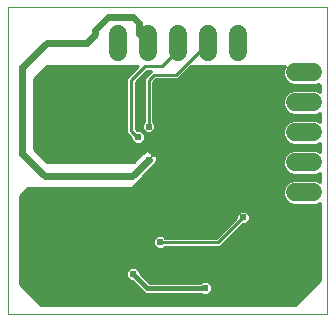
<source format=gbl>
G75*
G70*
%OFA0B0*%
%FSLAX24Y24*%
%IPPOS*%
%LPD*%
%AMOC8*
5,1,8,0,0,1.08239X$1,22.5*
%
%ADD10C,0.0000*%
%ADD11C,0.0600*%
%ADD12C,0.0238*%
%ADD13C,0.0098*%
%ADD14C,0.0240*%
%ADD15C,0.0160*%
D10*
X000100Y000100D02*
X010730Y000100D01*
X010730Y010336D01*
X000100Y010336D01*
X000100Y000100D01*
D11*
X003769Y008855D02*
X003769Y009455D01*
X004769Y009455D02*
X004769Y008855D01*
X005769Y008855D02*
X005769Y009455D01*
X006769Y009455D02*
X006769Y008855D01*
X007769Y008855D02*
X007769Y009455D01*
X009682Y008163D02*
X010282Y008163D01*
X010282Y007163D02*
X009682Y007163D01*
X009682Y006163D02*
X010282Y006163D01*
X010282Y005163D02*
X009682Y005163D01*
X009682Y004163D02*
X010282Y004163D01*
D12*
X007935Y003328D03*
X007226Y003210D03*
X005179Y002502D03*
X004273Y001439D03*
X006675Y000966D03*
X005572Y005257D03*
X005376Y005454D03*
X005572Y005651D03*
X005179Y005651D03*
X004982Y005454D03*
X005179Y005257D03*
X004785Y005257D03*
X004785Y005651D03*
X004431Y006006D03*
X004785Y006360D03*
X004431Y006439D03*
X005691Y006360D03*
X001872Y006281D03*
D13*
X001714Y006281D01*
X000966Y006303D02*
X004036Y006303D01*
X004036Y006206D02*
X000966Y006206D01*
X000966Y006109D02*
X004063Y006109D01*
X004036Y006137D02*
X004129Y006044D01*
X004202Y005970D01*
X004202Y005911D01*
X004336Y005777D01*
X004525Y005777D01*
X004659Y005911D01*
X004659Y006100D01*
X004525Y006234D01*
X004387Y006234D01*
X004353Y006268D01*
X004353Y007830D01*
X004733Y008209D01*
X004875Y008209D01*
X004823Y008158D01*
X004627Y007961D01*
X004627Y006524D01*
X004557Y006454D01*
X004557Y006265D01*
X004690Y006132D01*
X004880Y006132D01*
X005013Y006265D01*
X005013Y006454D01*
X004943Y006524D01*
X004943Y007830D01*
X005048Y007934D01*
X005772Y007934D01*
X006206Y008368D01*
X009324Y008368D01*
X009273Y008244D01*
X009273Y008082D01*
X009335Y007931D01*
X009450Y007816D01*
X009600Y007754D01*
X010363Y007754D01*
X010444Y007787D01*
X010494Y007738D01*
X010494Y007518D01*
X010363Y007572D01*
X009600Y007572D01*
X009450Y007510D01*
X009335Y007395D01*
X009273Y007244D01*
X009273Y007082D01*
X009335Y006931D01*
X009450Y006816D01*
X009600Y006754D01*
X010363Y006754D01*
X010494Y006808D01*
X010494Y006518D01*
X010363Y006572D01*
X009600Y006572D01*
X009450Y006510D01*
X009335Y006395D01*
X009273Y006244D01*
X009273Y006082D01*
X009335Y005931D01*
X009450Y005816D01*
X009600Y005754D01*
X010363Y005754D01*
X010494Y005808D01*
X010494Y005518D01*
X010363Y005572D01*
X009600Y005572D01*
X009450Y005510D01*
X009335Y005395D01*
X009273Y005244D01*
X009273Y005082D01*
X009335Y004931D01*
X009450Y004816D01*
X009600Y004754D01*
X010363Y004754D01*
X010494Y004808D01*
X010494Y004518D01*
X010363Y004572D01*
X009600Y004572D01*
X009450Y004510D01*
X009335Y004395D01*
X009273Y004244D01*
X009273Y004082D01*
X009335Y003931D01*
X009450Y003816D01*
X009600Y003754D01*
X010363Y003754D01*
X010494Y003808D01*
X010494Y001242D01*
X009667Y000415D01*
X001202Y000415D01*
X000494Y001124D01*
X000494Y004037D01*
X000769Y004313D01*
X004234Y004313D01*
X005061Y005218D01*
X005061Y005376D01*
X004982Y005415D01*
X004746Y005572D01*
X004470Y005376D01*
X004313Y005179D01*
X001399Y005179D01*
X000966Y005612D01*
X000966Y007935D01*
X001399Y008368D01*
X004443Y008368D01*
X004036Y007961D01*
X004036Y006137D01*
X004194Y006202D02*
X004194Y007895D01*
X004667Y008368D01*
X005218Y008368D01*
X005769Y008919D01*
X005769Y009155D01*
X006177Y008339D02*
X009312Y008339D01*
X009273Y008242D02*
X006080Y008242D01*
X005983Y008145D02*
X009273Y008145D01*
X009287Y008048D02*
X005886Y008048D01*
X005789Y007951D02*
X009327Y007951D01*
X009412Y007854D02*
X004968Y007854D01*
X004943Y007757D02*
X009592Y007757D01*
X009579Y007563D02*
X004943Y007563D01*
X004943Y007466D02*
X009407Y007466D01*
X009324Y007369D02*
X004943Y007369D01*
X004943Y007272D02*
X009284Y007272D01*
X009273Y007176D02*
X004943Y007176D01*
X004943Y007079D02*
X009274Y007079D01*
X009314Y006982D02*
X004943Y006982D01*
X004943Y006885D02*
X009381Y006885D01*
X009518Y006788D02*
X004943Y006788D01*
X004943Y006691D02*
X010494Y006691D01*
X010494Y006788D02*
X010446Y006788D01*
X010494Y006594D02*
X004943Y006594D01*
X004971Y006497D02*
X009437Y006497D01*
X009340Y006400D02*
X005013Y006400D01*
X005013Y006303D02*
X009297Y006303D01*
X009273Y006206D02*
X004954Y006206D01*
X004785Y006360D02*
X004785Y007895D01*
X004982Y008092D01*
X005706Y008092D01*
X006769Y009155D01*
X004943Y007660D02*
X010494Y007660D01*
X010494Y007563D02*
X010385Y007563D01*
X010371Y007757D02*
X010474Y007757D01*
X009273Y006109D02*
X004650Y006109D01*
X004659Y006012D02*
X009301Y006012D01*
X009351Y005916D02*
X004659Y005916D01*
X004567Y005819D02*
X009448Y005819D01*
X009493Y005528D02*
X004813Y005528D01*
X004958Y005431D02*
X009371Y005431D01*
X009310Y005334D02*
X005061Y005334D01*
X005061Y005237D02*
X009273Y005237D01*
X009273Y005140D02*
X004989Y005140D01*
X004901Y005043D02*
X009289Y005043D01*
X009329Y004946D02*
X004812Y004946D01*
X004724Y004849D02*
X009417Y004849D01*
X009568Y004559D02*
X004458Y004559D01*
X004547Y004655D02*
X010494Y004655D01*
X010494Y004559D02*
X010396Y004559D01*
X010494Y004752D02*
X004635Y004752D01*
X004370Y004462D02*
X009402Y004462D01*
X009323Y004365D02*
X004281Y004365D01*
X004359Y005237D02*
X001341Y005237D01*
X001244Y005334D02*
X004437Y005334D01*
X004548Y005431D02*
X001147Y005431D01*
X001050Y005528D02*
X004683Y005528D01*
X004295Y005819D02*
X000966Y005819D01*
X000966Y005916D02*
X004202Y005916D01*
X004160Y006012D02*
X000966Y006012D01*
X000966Y005722D02*
X010494Y005722D01*
X010494Y005625D02*
X000966Y005625D01*
X000966Y006400D02*
X004036Y006400D01*
X004036Y006497D02*
X000966Y006497D01*
X000966Y006594D02*
X004036Y006594D01*
X004036Y006691D02*
X000966Y006691D01*
X000966Y006788D02*
X004036Y006788D01*
X004036Y006885D02*
X000966Y006885D01*
X000966Y006982D02*
X004036Y006982D01*
X004036Y007079D02*
X000966Y007079D01*
X000966Y007176D02*
X004036Y007176D01*
X004036Y007272D02*
X000966Y007272D01*
X000966Y007369D02*
X004036Y007369D01*
X004036Y007466D02*
X000966Y007466D01*
X000966Y007563D02*
X004036Y007563D01*
X004036Y007660D02*
X000966Y007660D01*
X000966Y007757D02*
X004036Y007757D01*
X004036Y007854D02*
X000966Y007854D01*
X000982Y007951D02*
X004036Y007951D01*
X004123Y008048D02*
X001079Y008048D01*
X001176Y008145D02*
X004220Y008145D01*
X004317Y008242D02*
X001273Y008242D01*
X001370Y008339D02*
X004414Y008339D01*
X004668Y008145D02*
X004811Y008145D01*
X004714Y008048D02*
X004571Y008048D01*
X004627Y007951D02*
X004474Y007951D01*
X004377Y007854D02*
X004627Y007854D01*
X004627Y007757D02*
X004353Y007757D01*
X004353Y007660D02*
X004627Y007660D01*
X004627Y007563D02*
X004353Y007563D01*
X004353Y007466D02*
X004627Y007466D01*
X004627Y007369D02*
X004353Y007369D01*
X004353Y007272D02*
X004627Y007272D01*
X004627Y007176D02*
X004353Y007176D01*
X004353Y007079D02*
X004627Y007079D01*
X004627Y006982D02*
X004353Y006982D01*
X004353Y006885D02*
X004627Y006885D01*
X004627Y006788D02*
X004353Y006788D01*
X004353Y006691D02*
X004627Y006691D01*
X004627Y006594D02*
X004353Y006594D01*
X004353Y006497D02*
X004599Y006497D01*
X004557Y006400D02*
X004353Y006400D01*
X004431Y006439D02*
X004431Y006360D01*
X004353Y006303D02*
X004557Y006303D01*
X004553Y006206D02*
X004616Y006206D01*
X004431Y006006D02*
X004391Y006006D01*
X004194Y006202D01*
X007226Y003210D02*
X007423Y003210D01*
X007487Y003105D02*
X000494Y003105D01*
X000494Y003202D02*
X007584Y003202D01*
X007681Y003299D02*
X000494Y003299D01*
X000494Y003395D02*
X007706Y003395D01*
X007706Y003423D02*
X007706Y003324D01*
X007042Y002660D01*
X005343Y002660D01*
X005273Y002730D01*
X005084Y002730D01*
X004950Y002596D01*
X004950Y002407D01*
X005084Y002273D01*
X005273Y002273D01*
X005343Y002343D01*
X007173Y002343D01*
X007266Y002436D01*
X007930Y003100D01*
X008029Y003100D01*
X008163Y003234D01*
X008163Y003423D01*
X008029Y003557D01*
X007840Y003557D01*
X007706Y003423D01*
X007776Y003492D02*
X000494Y003492D01*
X000494Y003589D02*
X010494Y003589D01*
X010494Y003492D02*
X008093Y003492D01*
X008163Y003395D02*
X010494Y003395D01*
X010494Y003299D02*
X008163Y003299D01*
X008131Y003202D02*
X010494Y003202D01*
X010494Y003105D02*
X008034Y003105D01*
X007838Y003008D02*
X010494Y003008D01*
X010494Y002911D02*
X007741Y002911D01*
X007644Y002814D02*
X010494Y002814D01*
X010494Y002717D02*
X007547Y002717D01*
X007450Y002620D02*
X010494Y002620D01*
X010494Y002523D02*
X007353Y002523D01*
X007257Y002426D02*
X010494Y002426D01*
X010494Y002329D02*
X005329Y002329D01*
X005179Y002502D02*
X007108Y002502D01*
X007935Y003328D01*
X007390Y003008D02*
X000494Y003008D01*
X000494Y002911D02*
X007293Y002911D01*
X007196Y002814D02*
X000494Y002814D01*
X000494Y002717D02*
X005071Y002717D01*
X004974Y002620D02*
X000494Y002620D01*
X000494Y002523D02*
X004950Y002523D01*
X004950Y002426D02*
X000494Y002426D01*
X000494Y002329D02*
X005028Y002329D01*
X005286Y002717D02*
X007099Y002717D01*
X006769Y001194D02*
X006580Y001194D01*
X006541Y001155D01*
X004824Y001155D01*
X004501Y001478D01*
X004501Y001533D01*
X004368Y001667D01*
X004179Y001667D01*
X004045Y001533D01*
X004045Y001344D01*
X004179Y001210D01*
X004234Y001210D01*
X004667Y000777D01*
X006541Y000777D01*
X006580Y000738D01*
X006769Y000738D01*
X006903Y000872D01*
X006903Y001061D01*
X006769Y001194D01*
X006798Y001166D02*
X010418Y001166D01*
X010494Y001263D02*
X004716Y001263D01*
X004619Y001360D02*
X010494Y001360D01*
X010494Y001457D02*
X004522Y001457D01*
X004481Y001554D02*
X010494Y001554D01*
X010494Y001651D02*
X004384Y001651D01*
X004163Y001651D02*
X000494Y001651D01*
X000494Y001748D02*
X010494Y001748D01*
X010494Y001845D02*
X000494Y001845D01*
X000494Y001942D02*
X010494Y001942D01*
X010494Y002039D02*
X000494Y002039D01*
X000494Y002135D02*
X010494Y002135D01*
X010494Y002232D02*
X000494Y002232D01*
X000494Y001554D02*
X004066Y001554D01*
X004045Y001457D02*
X000494Y001457D01*
X000494Y001360D02*
X004045Y001360D01*
X004126Y001263D02*
X000494Y001263D01*
X000494Y001166D02*
X004278Y001166D01*
X004375Y001069D02*
X000548Y001069D01*
X000645Y000972D02*
X004472Y000972D01*
X004569Y000875D02*
X000742Y000875D01*
X000839Y000778D02*
X004666Y000778D01*
X004813Y001166D02*
X006552Y001166D01*
X006895Y001069D02*
X010321Y001069D01*
X010224Y000972D02*
X006903Y000972D01*
X006903Y000875D02*
X010127Y000875D01*
X010030Y000778D02*
X006810Y000778D01*
X009740Y000488D02*
X001130Y000488D01*
X001033Y000585D02*
X009837Y000585D01*
X009934Y000682D02*
X000936Y000682D01*
X000494Y003686D02*
X010494Y003686D01*
X010494Y003783D02*
X010434Y003783D01*
X009530Y003783D02*
X000494Y003783D01*
X000494Y003880D02*
X009386Y003880D01*
X009316Y003977D02*
X000494Y003977D01*
X000531Y004074D02*
X009276Y004074D01*
X009273Y004171D02*
X000628Y004171D01*
X000724Y004268D02*
X009282Y004268D01*
X010470Y005528D02*
X010494Y005528D01*
D14*
X004785Y005257D02*
X004234Y004706D01*
X001320Y004706D01*
X000572Y005454D01*
X000572Y008328D01*
X001399Y009155D01*
X002738Y009155D01*
X003013Y009431D01*
X003013Y009588D01*
X003446Y010021D01*
X004273Y010021D01*
X004470Y009824D01*
X004470Y009454D01*
X004769Y009155D01*
D15*
X004273Y001439D02*
X004746Y000966D01*
X006675Y000966D01*
M02*

</source>
